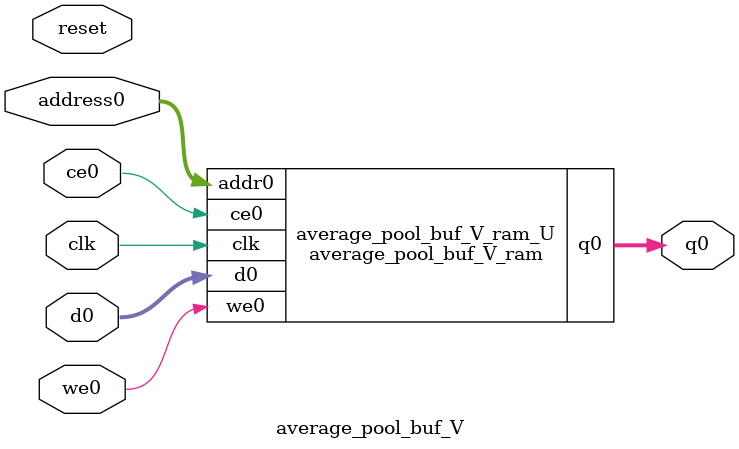
<source format=v>
`timescale 1 ns / 1 ps
module average_pool_buf_V_ram (addr0, ce0, d0, we0, q0,  clk);

parameter DWIDTH = 768;
parameter AWIDTH = 6;
parameter MEM_SIZE = 64;

input[AWIDTH-1:0] addr0;
input ce0;
input[DWIDTH-1:0] d0;
input we0;
output reg[DWIDTH-1:0] q0;
input clk;

(* ram_style = "block" *)reg [DWIDTH-1:0] ram[0:MEM_SIZE-1];




always @(posedge clk)  
begin 
    if (ce0) 
    begin
        if (we0) 
        begin 
            ram[addr0] <= d0; 
        end 
        q0 <= ram[addr0];
    end
end


endmodule

`timescale 1 ns / 1 ps
module average_pool_buf_V(
    reset,
    clk,
    address0,
    ce0,
    we0,
    d0,
    q0);

parameter DataWidth = 32'd768;
parameter AddressRange = 32'd64;
parameter AddressWidth = 32'd6;
input reset;
input clk;
input[AddressWidth - 1:0] address0;
input ce0;
input we0;
input[DataWidth - 1:0] d0;
output[DataWidth - 1:0] q0;



average_pool_buf_V_ram average_pool_buf_V_ram_U(
    .clk( clk ),
    .addr0( address0 ),
    .ce0( ce0 ),
    .we0( we0 ),
    .d0( d0 ),
    .q0( q0 ));

endmodule


</source>
